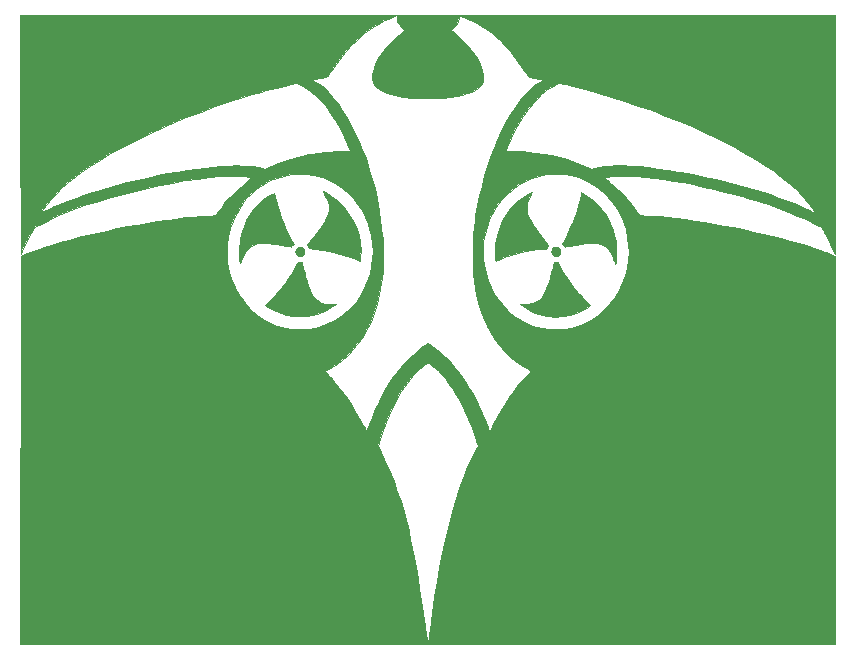
<source format=gbr>
G04 #@! TF.GenerationSoftware,KiCad,Pcbnew,(5.0.0)*
G04 #@! TF.CreationDate,2018-10-14T14:09:40-05:00*
G04 #@! TF.ProjectId,module-tester-board,6D6F64756C652D7465737465722D626F,rev?*
G04 #@! TF.SameCoordinates,Original*
G04 #@! TF.FileFunction,Legend,Bot*
G04 #@! TF.FilePolarity,Positive*
%FSLAX46Y46*%
G04 Gerber Fmt 4.6, Leading zero omitted, Abs format (unit mm)*
G04 Created by KiCad (PCBNEW (5.0.0)) date 10/14/18 14:09:40*
%MOMM*%
%LPD*%
G01*
G04 APERTURE LIST*
%ADD10C,0.010000*%
G04 APERTURE END LIST*
D10*
G04 #@! TO.C,G\002A\002A\002A*
G36*
X141912976Y-86260683D02*
X141792060Y-86352822D01*
X141714363Y-86492862D01*
X141694987Y-86580237D01*
X141688955Y-86679959D01*
X141709213Y-86754143D01*
X141766779Y-86835178D01*
X141791498Y-86863981D01*
X141924505Y-86977520D01*
X142061369Y-87018025D01*
X142201975Y-86985468D01*
X142217735Y-86977387D01*
X142338282Y-86874146D01*
X142416520Y-86728933D01*
X142439081Y-86593348D01*
X142407673Y-86462739D01*
X142325052Y-86346902D01*
X142208620Y-86262877D01*
X142075779Y-86227704D01*
X142065487Y-86227511D01*
X141912976Y-86260683D01*
X141912976Y-86260683D01*
G37*
X141912976Y-86260683D02*
X141792060Y-86352822D01*
X141714363Y-86492862D01*
X141694987Y-86580237D01*
X141688955Y-86679959D01*
X141709213Y-86754143D01*
X141766779Y-86835178D01*
X141791498Y-86863981D01*
X141924505Y-86977520D01*
X142061369Y-87018025D01*
X142201975Y-86985468D01*
X142217735Y-86977387D01*
X142338282Y-86874146D01*
X142416520Y-86728933D01*
X142439081Y-86593348D01*
X142407673Y-86462739D01*
X142325052Y-86346902D01*
X142208620Y-86262877D01*
X142075779Y-86227704D01*
X142065487Y-86227511D01*
X141912976Y-86260683D01*
G36*
X144147314Y-81755186D02*
X144324779Y-82069004D01*
X144444754Y-82363453D01*
X144511156Y-82651891D01*
X144527901Y-82947673D01*
X144523860Y-83039331D01*
X144503491Y-83219698D01*
X144463843Y-83400287D01*
X144401442Y-83587382D01*
X144312813Y-83787267D01*
X144194483Y-84006229D01*
X144042977Y-84250550D01*
X143854821Y-84526516D01*
X143626541Y-84840412D01*
X143354664Y-85198523D01*
X143269457Y-85308597D01*
X142689658Y-86054957D01*
X142848540Y-86358071D01*
X143356040Y-86401466D01*
X143920201Y-86468156D01*
X144514599Y-86572198D01*
X145120119Y-86708756D01*
X145717647Y-86872993D01*
X146288068Y-87060075D01*
X146812267Y-87265166D01*
X146871040Y-87290706D01*
X146991098Y-87342082D01*
X147086302Y-87380201D01*
X147139198Y-87398136D01*
X147143153Y-87398692D01*
X147157627Y-87364923D01*
X147173793Y-87274643D01*
X147188985Y-87144393D01*
X147194616Y-87079432D01*
X147209828Y-86455761D01*
X147159213Y-85842543D01*
X147045400Y-85244733D01*
X146871018Y-84667287D01*
X146638694Y-84115163D01*
X146351057Y-83593316D01*
X146010736Y-83106704D01*
X145620358Y-82660281D01*
X145182552Y-82259005D01*
X144699947Y-81907832D01*
X144339777Y-81696028D01*
X143992230Y-81510095D01*
X144147314Y-81755186D01*
X144147314Y-81755186D01*
G37*
X144147314Y-81755186D02*
X144324779Y-82069004D01*
X144444754Y-82363453D01*
X144511156Y-82651891D01*
X144527901Y-82947673D01*
X144523860Y-83039331D01*
X144503491Y-83219698D01*
X144463843Y-83400287D01*
X144401442Y-83587382D01*
X144312813Y-83787267D01*
X144194483Y-84006229D01*
X144042977Y-84250550D01*
X143854821Y-84526516D01*
X143626541Y-84840412D01*
X143354664Y-85198523D01*
X143269457Y-85308597D01*
X142689658Y-86054957D01*
X142848540Y-86358071D01*
X143356040Y-86401466D01*
X143920201Y-86468156D01*
X144514599Y-86572198D01*
X145120119Y-86708756D01*
X145717647Y-86872993D01*
X146288068Y-87060075D01*
X146812267Y-87265166D01*
X146871040Y-87290706D01*
X146991098Y-87342082D01*
X147086302Y-87380201D01*
X147139198Y-87398136D01*
X147143153Y-87398692D01*
X147157627Y-87364923D01*
X147173793Y-87274643D01*
X147188985Y-87144393D01*
X147194616Y-87079432D01*
X147209828Y-86455761D01*
X147159213Y-85842543D01*
X147045400Y-85244733D01*
X146871018Y-84667287D01*
X146638694Y-84115163D01*
X146351057Y-83593316D01*
X146010736Y-83106704D01*
X145620358Y-82660281D01*
X145182552Y-82259005D01*
X144699947Y-81907832D01*
X144339777Y-81696028D01*
X143992230Y-81510095D01*
X144147314Y-81755186D01*
G36*
X139849446Y-81671240D02*
X139765045Y-81709145D01*
X139647745Y-81772217D01*
X139509943Y-81853206D01*
X139364036Y-81944857D01*
X139222418Y-82039918D01*
X139111569Y-82120344D01*
X138640820Y-82521923D01*
X138222349Y-82969141D01*
X137858207Y-83458012D01*
X137550444Y-83984547D01*
X137301110Y-84544760D01*
X137112254Y-85134662D01*
X136985927Y-85750266D01*
X136924803Y-86373908D01*
X136920326Y-86561662D01*
X136922440Y-86768870D01*
X136930181Y-86981395D01*
X136942588Y-87185097D01*
X136958699Y-87365840D01*
X136977550Y-87509485D01*
X136998181Y-87601894D01*
X137010011Y-87625839D01*
X137031171Y-87606225D01*
X137067137Y-87531465D01*
X137111319Y-87415968D01*
X137127154Y-87369643D01*
X137269479Y-87012652D01*
X137444623Y-86692246D01*
X137645918Y-86417562D01*
X137866695Y-86197737D01*
X138093894Y-86045182D01*
X138262895Y-85970452D01*
X138446042Y-85915993D01*
X138650389Y-85881796D01*
X138882987Y-85867854D01*
X139150891Y-85874159D01*
X139461154Y-85900702D01*
X139820828Y-85947477D01*
X140236967Y-86014474D01*
X140396783Y-86042614D01*
X140629027Y-86083840D01*
X140840939Y-86120658D01*
X141022419Y-86151377D01*
X141163364Y-86174307D01*
X141253674Y-86187756D01*
X141281119Y-86190625D01*
X141340558Y-86165046D01*
X141415618Y-86100769D01*
X141439355Y-86074336D01*
X141537040Y-85957761D01*
X141391974Y-85717491D01*
X141153686Y-85289421D01*
X140918387Y-84803011D01*
X140691829Y-84273063D01*
X140479762Y-83714377D01*
X140287938Y-83141752D01*
X140122109Y-82569990D01*
X140036516Y-82229412D01*
X139990959Y-82040077D01*
X139949852Y-81876672D01*
X139916566Y-81752042D01*
X139894474Y-81679032D01*
X139888552Y-81665756D01*
X139849446Y-81671240D01*
X139849446Y-81671240D01*
G37*
X139849446Y-81671240D02*
X139765045Y-81709145D01*
X139647745Y-81772217D01*
X139509943Y-81853206D01*
X139364036Y-81944857D01*
X139222418Y-82039918D01*
X139111569Y-82120344D01*
X138640820Y-82521923D01*
X138222349Y-82969141D01*
X137858207Y-83458012D01*
X137550444Y-83984547D01*
X137301110Y-84544760D01*
X137112254Y-85134662D01*
X136985927Y-85750266D01*
X136924803Y-86373908D01*
X136920326Y-86561662D01*
X136922440Y-86768870D01*
X136930181Y-86981395D01*
X136942588Y-87185097D01*
X136958699Y-87365840D01*
X136977550Y-87509485D01*
X136998181Y-87601894D01*
X137010011Y-87625839D01*
X137031171Y-87606225D01*
X137067137Y-87531465D01*
X137111319Y-87415968D01*
X137127154Y-87369643D01*
X137269479Y-87012652D01*
X137444623Y-86692246D01*
X137645918Y-86417562D01*
X137866695Y-86197737D01*
X138093894Y-86045182D01*
X138262895Y-85970452D01*
X138446042Y-85915993D01*
X138650389Y-85881796D01*
X138882987Y-85867854D01*
X139150891Y-85874159D01*
X139461154Y-85900702D01*
X139820828Y-85947477D01*
X140236967Y-86014474D01*
X140396783Y-86042614D01*
X140629027Y-86083840D01*
X140840939Y-86120658D01*
X141022419Y-86151377D01*
X141163364Y-86174307D01*
X141253674Y-86187756D01*
X141281119Y-86190625D01*
X141340558Y-86165046D01*
X141415618Y-86100769D01*
X141439355Y-86074336D01*
X141537040Y-85957761D01*
X141391974Y-85717491D01*
X141153686Y-85289421D01*
X140918387Y-84803011D01*
X140691829Y-84273063D01*
X140479762Y-83714377D01*
X140287938Y-83141752D01*
X140122109Y-82569990D01*
X140036516Y-82229412D01*
X139990959Y-82040077D01*
X139949852Y-81876672D01*
X139916566Y-81752042D01*
X139894474Y-81679032D01*
X139888552Y-81665756D01*
X139849446Y-81671240D01*
G36*
X141778269Y-87738362D02*
X141607220Y-88064224D01*
X141391674Y-88424816D01*
X141140274Y-88808523D01*
X140861661Y-89203734D01*
X140564477Y-89598834D01*
X140257365Y-89982211D01*
X139948967Y-90342252D01*
X139647924Y-90667343D01*
X139457234Y-90857338D01*
X139151896Y-91150133D01*
X139328124Y-91270308D01*
X139671510Y-91478713D01*
X140060831Y-91670844D01*
X140473678Y-91837298D01*
X140887641Y-91968671D01*
X141134756Y-92028325D01*
X141310183Y-92056185D01*
X141532404Y-92078482D01*
X141782328Y-92094544D01*
X142040861Y-92103698D01*
X142288913Y-92105274D01*
X142507389Y-92098599D01*
X142677200Y-92083001D01*
X142679351Y-92082685D01*
X143088691Y-92003174D01*
X143508241Y-91887159D01*
X143913497Y-91742563D01*
X144279954Y-91577313D01*
X144341466Y-91545149D01*
X144436864Y-91491022D01*
X144558435Y-91417814D01*
X144693221Y-91333876D01*
X144828260Y-91247558D01*
X144950595Y-91167210D01*
X145047266Y-91101181D01*
X145105314Y-91057821D01*
X145116222Y-91045960D01*
X145083869Y-91043807D01*
X144995049Y-91041709D01*
X144861940Y-91039864D01*
X144696725Y-91038467D01*
X144627101Y-91038090D01*
X144423945Y-91035804D01*
X144272237Y-91029601D01*
X144154795Y-91017228D01*
X144054435Y-90996436D01*
X143953975Y-90964972D01*
X143890620Y-90941605D01*
X143677003Y-90844527D01*
X143486978Y-90721866D01*
X143316886Y-90567614D01*
X143163069Y-90375762D01*
X143021867Y-90140302D01*
X142889622Y-89855226D01*
X142762675Y-89514525D01*
X142637367Y-89112190D01*
X142524405Y-88697972D01*
X142465024Y-88469086D01*
X142405503Y-88240150D01*
X142350924Y-88030687D01*
X142306372Y-87860220D01*
X142286098Y-87782986D01*
X142209008Y-87490191D01*
X142058031Y-87479849D01*
X141907054Y-87469508D01*
X141778269Y-87738362D01*
X141778269Y-87738362D01*
G37*
X141778269Y-87738362D02*
X141607220Y-88064224D01*
X141391674Y-88424816D01*
X141140274Y-88808523D01*
X140861661Y-89203734D01*
X140564477Y-89598834D01*
X140257365Y-89982211D01*
X139948967Y-90342252D01*
X139647924Y-90667343D01*
X139457234Y-90857338D01*
X139151896Y-91150133D01*
X139328124Y-91270308D01*
X139671510Y-91478713D01*
X140060831Y-91670844D01*
X140473678Y-91837298D01*
X140887641Y-91968671D01*
X141134756Y-92028325D01*
X141310183Y-92056185D01*
X141532404Y-92078482D01*
X141782328Y-92094544D01*
X142040861Y-92103698D01*
X142288913Y-92105274D01*
X142507389Y-92098599D01*
X142677200Y-92083001D01*
X142679351Y-92082685D01*
X143088691Y-92003174D01*
X143508241Y-91887159D01*
X143913497Y-91742563D01*
X144279954Y-91577313D01*
X144341466Y-91545149D01*
X144436864Y-91491022D01*
X144558435Y-91417814D01*
X144693221Y-91333876D01*
X144828260Y-91247558D01*
X144950595Y-91167210D01*
X145047266Y-91101181D01*
X145105314Y-91057821D01*
X145116222Y-91045960D01*
X145083869Y-91043807D01*
X144995049Y-91041709D01*
X144861940Y-91039864D01*
X144696725Y-91038467D01*
X144627101Y-91038090D01*
X144423945Y-91035804D01*
X144272237Y-91029601D01*
X144154795Y-91017228D01*
X144054435Y-90996436D01*
X143953975Y-90964972D01*
X143890620Y-90941605D01*
X143677003Y-90844527D01*
X143486978Y-90721866D01*
X143316886Y-90567614D01*
X143163069Y-90375762D01*
X143021867Y-90140302D01*
X142889622Y-89855226D01*
X142762675Y-89514525D01*
X142637367Y-89112190D01*
X142524405Y-88697972D01*
X142465024Y-88469086D01*
X142405503Y-88240150D01*
X142350924Y-88030687D01*
X142306372Y-87860220D01*
X142286098Y-87782986D01*
X142209008Y-87490191D01*
X142058031Y-87479849D01*
X141907054Y-87469508D01*
X141778269Y-87738362D01*
G36*
X163568198Y-86260073D02*
X163458441Y-86346839D01*
X163386626Y-86471427D01*
X163362633Y-86617453D01*
X163389523Y-86752217D01*
X163476130Y-86892755D01*
X163597453Y-86982113D01*
X163738249Y-87013165D01*
X163878798Y-86980938D01*
X164007737Y-86885516D01*
X164081814Y-86751291D01*
X164097729Y-86638443D01*
X164069231Y-86463979D01*
X163987703Y-86333214D01*
X163859098Y-86252392D01*
X163706013Y-86227511D01*
X163568198Y-86260073D01*
X163568198Y-86260073D01*
G37*
X163568198Y-86260073D02*
X163458441Y-86346839D01*
X163386626Y-86471427D01*
X163362633Y-86617453D01*
X163389523Y-86752217D01*
X163476130Y-86892755D01*
X163597453Y-86982113D01*
X163738249Y-87013165D01*
X163878798Y-86980938D01*
X164007737Y-86885516D01*
X164081814Y-86751291D01*
X164097729Y-86638443D01*
X164069231Y-86463979D01*
X163987703Y-86333214D01*
X163859098Y-86252392D01*
X163706013Y-86227511D01*
X163568198Y-86260073D01*
G36*
X161714500Y-81561004D02*
X161632382Y-81598887D01*
X161515535Y-81658950D01*
X161396966Y-81723614D01*
X160879711Y-82052508D01*
X160407169Y-82434973D01*
X159982189Y-82867177D01*
X159607620Y-83345291D01*
X159286309Y-83865484D01*
X159021105Y-84423924D01*
X158814857Y-85016782D01*
X158741932Y-85294225D01*
X158678568Y-85608084D01*
X158630259Y-85943985D01*
X158597913Y-86285591D01*
X158582444Y-86616568D01*
X158584762Y-86920578D01*
X158605778Y-87181287D01*
X158629119Y-87316343D01*
X158641437Y-87364622D01*
X158660723Y-87387905D01*
X158701240Y-87385499D01*
X158777256Y-87356711D01*
X158897594Y-87303283D01*
X159392412Y-87101543D01*
X159936662Y-86915385D01*
X160511893Y-86749515D01*
X161099649Y-86608634D01*
X161681479Y-86497449D01*
X162238930Y-86420661D01*
X162433000Y-86402101D01*
X162947864Y-86359301D01*
X163099882Y-86043971D01*
X162601545Y-85404419D01*
X162350291Y-85079732D01*
X162139889Y-84802435D01*
X161965421Y-84565362D01*
X161821969Y-84361346D01*
X161704617Y-84183222D01*
X161608446Y-84023822D01*
X161528539Y-83875982D01*
X161471105Y-83757049D01*
X161339082Y-83408651D01*
X161271432Y-83074558D01*
X161268630Y-82748127D01*
X161331149Y-82422715D01*
X161459461Y-82091680D01*
X161609136Y-81819417D01*
X161678643Y-81701999D01*
X161728081Y-81609554D01*
X161749474Y-81557351D01*
X161749040Y-81551579D01*
X161714500Y-81561004D01*
X161714500Y-81561004D01*
G37*
X161714500Y-81561004D02*
X161632382Y-81598887D01*
X161515535Y-81658950D01*
X161396966Y-81723614D01*
X160879711Y-82052508D01*
X160407169Y-82434973D01*
X159982189Y-82867177D01*
X159607620Y-83345291D01*
X159286309Y-83865484D01*
X159021105Y-84423924D01*
X158814857Y-85016782D01*
X158741932Y-85294225D01*
X158678568Y-85608084D01*
X158630259Y-85943985D01*
X158597913Y-86285591D01*
X158582444Y-86616568D01*
X158584762Y-86920578D01*
X158605778Y-87181287D01*
X158629119Y-87316343D01*
X158641437Y-87364622D01*
X158660723Y-87387905D01*
X158701240Y-87385499D01*
X158777256Y-87356711D01*
X158897594Y-87303283D01*
X159392412Y-87101543D01*
X159936662Y-86915385D01*
X160511893Y-86749515D01*
X161099649Y-86608634D01*
X161681479Y-86497449D01*
X162238930Y-86420661D01*
X162433000Y-86402101D01*
X162947864Y-86359301D01*
X163099882Y-86043971D01*
X162601545Y-85404419D01*
X162350291Y-85079732D01*
X162139889Y-84802435D01*
X161965421Y-84565362D01*
X161821969Y-84361346D01*
X161704617Y-84183222D01*
X161608446Y-84023822D01*
X161528539Y-83875982D01*
X161471105Y-83757049D01*
X161339082Y-83408651D01*
X161271432Y-83074558D01*
X161268630Y-82748127D01*
X161331149Y-82422715D01*
X161459461Y-82091680D01*
X161609136Y-81819417D01*
X161678643Y-81701999D01*
X161728081Y-81609554D01*
X161749474Y-81557351D01*
X161749040Y-81551579D01*
X161714500Y-81561004D01*
G36*
X165850243Y-81839727D02*
X165763494Y-82243099D01*
X165646923Y-82683717D01*
X165505515Y-83148357D01*
X165344255Y-83623792D01*
X165168127Y-84096796D01*
X164982118Y-84554146D01*
X164791211Y-84982614D01*
X164600393Y-85368976D01*
X164414647Y-85700006D01*
X164365337Y-85779240D01*
X164265960Y-85934859D01*
X164357540Y-86062885D01*
X164428626Y-86141913D01*
X164497332Y-86186935D01*
X164516921Y-86190911D01*
X164568848Y-86184895D01*
X164678105Y-86168005D01*
X164834396Y-86141980D01*
X165027428Y-86108560D01*
X165246908Y-86069484D01*
X165396698Y-86042274D01*
X165872268Y-85962157D01*
X166292482Y-85905903D01*
X166655209Y-85873679D01*
X166958317Y-85865656D01*
X167199672Y-85882001D01*
X167271460Y-85893969D01*
X167509607Y-85965228D01*
X167749201Y-86077699D01*
X167961312Y-86216788D01*
X168034455Y-86278897D01*
X168179946Y-86441883D01*
X168328484Y-86657883D01*
X168468858Y-86908307D01*
X168589855Y-87174569D01*
X168616979Y-87244694D01*
X168672316Y-87393459D01*
X168720502Y-87522962D01*
X168754170Y-87613406D01*
X168762808Y-87636588D01*
X168779002Y-87646252D01*
X168797187Y-87590555D01*
X168818058Y-87466617D01*
X168834172Y-87341634D01*
X168852971Y-87113778D01*
X168862002Y-86842172D01*
X168861821Y-86546536D01*
X168852984Y-86246589D01*
X168836050Y-85962049D01*
X168811574Y-85712636D01*
X168783074Y-85532122D01*
X168697665Y-85180793D01*
X168583857Y-84808113D01*
X168452566Y-84447170D01*
X168334601Y-84172663D01*
X168047553Y-83642161D01*
X167702337Y-83143785D01*
X167305211Y-82684386D01*
X166862432Y-82270815D01*
X166380259Y-81909922D01*
X166118873Y-81747002D01*
X165891773Y-81614645D01*
X165850243Y-81839727D01*
X165850243Y-81839727D01*
G37*
X165850243Y-81839727D02*
X165763494Y-82243099D01*
X165646923Y-82683717D01*
X165505515Y-83148357D01*
X165344255Y-83623792D01*
X165168127Y-84096796D01*
X164982118Y-84554146D01*
X164791211Y-84982614D01*
X164600393Y-85368976D01*
X164414647Y-85700006D01*
X164365337Y-85779240D01*
X164265960Y-85934859D01*
X164357540Y-86062885D01*
X164428626Y-86141913D01*
X164497332Y-86186935D01*
X164516921Y-86190911D01*
X164568848Y-86184895D01*
X164678105Y-86168005D01*
X164834396Y-86141980D01*
X165027428Y-86108560D01*
X165246908Y-86069484D01*
X165396698Y-86042274D01*
X165872268Y-85962157D01*
X166292482Y-85905903D01*
X166655209Y-85873679D01*
X166958317Y-85865656D01*
X167199672Y-85882001D01*
X167271460Y-85893969D01*
X167509607Y-85965228D01*
X167749201Y-86077699D01*
X167961312Y-86216788D01*
X168034455Y-86278897D01*
X168179946Y-86441883D01*
X168328484Y-86657883D01*
X168468858Y-86908307D01*
X168589855Y-87174569D01*
X168616979Y-87244694D01*
X168672316Y-87393459D01*
X168720502Y-87522962D01*
X168754170Y-87613406D01*
X168762808Y-87636588D01*
X168779002Y-87646252D01*
X168797187Y-87590555D01*
X168818058Y-87466617D01*
X168834172Y-87341634D01*
X168852971Y-87113778D01*
X168862002Y-86842172D01*
X168861821Y-86546536D01*
X168852984Y-86246589D01*
X168836050Y-85962049D01*
X168811574Y-85712636D01*
X168783074Y-85532122D01*
X168697665Y-85180793D01*
X168583857Y-84808113D01*
X168452566Y-84447170D01*
X168334601Y-84172663D01*
X168047553Y-83642161D01*
X167702337Y-83143785D01*
X167305211Y-82684386D01*
X166862432Y-82270815D01*
X166380259Y-81909922D01*
X166118873Y-81747002D01*
X165891773Y-81614645D01*
X165850243Y-81839727D01*
G36*
X163642404Y-87475491D02*
X163588944Y-87484573D01*
X163582864Y-87489532D01*
X163574014Y-87528105D01*
X163549079Y-87627711D01*
X163510487Y-87778897D01*
X163460662Y-87972206D01*
X163402030Y-88198185D01*
X163341411Y-88430582D01*
X163229329Y-88849961D01*
X163128392Y-89205597D01*
X163035529Y-89505356D01*
X162947667Y-89757108D01*
X162861733Y-89968721D01*
X162774656Y-90148061D01*
X162683364Y-90302998D01*
X162584784Y-90441398D01*
X162529727Y-90509320D01*
X162356845Y-90686561D01*
X162166081Y-90823943D01*
X161946917Y-90925711D01*
X161688834Y-90996109D01*
X161381313Y-91039384D01*
X161181461Y-91053461D01*
X160719381Y-91076934D01*
X160941190Y-91227580D01*
X161460621Y-91539878D01*
X162000504Y-91786693D01*
X162555279Y-91966628D01*
X163119384Y-92078285D01*
X163687259Y-92120270D01*
X164253343Y-92091184D01*
X164338000Y-92080572D01*
X164908992Y-91967403D01*
X165471110Y-91785286D01*
X166013180Y-91538433D01*
X166435448Y-91290288D01*
X166627896Y-91164500D01*
X166038634Y-90535126D01*
X165846966Y-90326190D01*
X165648055Y-90101944D01*
X165455094Y-89877784D01*
X165281279Y-89669109D01*
X165139805Y-89491315D01*
X165106254Y-89447119D01*
X164922464Y-89193741D01*
X164731102Y-88916216D01*
X164541342Y-88628911D01*
X164362362Y-88346196D01*
X164203336Y-88082439D01*
X164073440Y-87852010D01*
X164013164Y-87735444D01*
X163883280Y-87471891D01*
X163733072Y-87471891D01*
X163642404Y-87475491D01*
X163642404Y-87475491D01*
G37*
X163642404Y-87475491D02*
X163588944Y-87484573D01*
X163582864Y-87489532D01*
X163574014Y-87528105D01*
X163549079Y-87627711D01*
X163510487Y-87778897D01*
X163460662Y-87972206D01*
X163402030Y-88198185D01*
X163341411Y-88430582D01*
X163229329Y-88849961D01*
X163128392Y-89205597D01*
X163035529Y-89505356D01*
X162947667Y-89757108D01*
X162861733Y-89968721D01*
X162774656Y-90148061D01*
X162683364Y-90302998D01*
X162584784Y-90441398D01*
X162529727Y-90509320D01*
X162356845Y-90686561D01*
X162166081Y-90823943D01*
X161946917Y-90925711D01*
X161688834Y-90996109D01*
X161381313Y-91039384D01*
X161181461Y-91053461D01*
X160719381Y-91076934D01*
X160941190Y-91227580D01*
X161460621Y-91539878D01*
X162000504Y-91786693D01*
X162555279Y-91966628D01*
X163119384Y-92078285D01*
X163687259Y-92120270D01*
X164253343Y-92091184D01*
X164338000Y-92080572D01*
X164908992Y-91967403D01*
X165471110Y-91785286D01*
X166013180Y-91538433D01*
X166435448Y-91290288D01*
X166627896Y-91164500D01*
X166038634Y-90535126D01*
X165846966Y-90326190D01*
X165648055Y-90101944D01*
X165455094Y-89877784D01*
X165281279Y-89669109D01*
X165139805Y-89491315D01*
X165106254Y-89447119D01*
X164922464Y-89193741D01*
X164731102Y-88916216D01*
X164541342Y-88628911D01*
X164362362Y-88346196D01*
X164203336Y-88082439D01*
X164073440Y-87852010D01*
X164013164Y-87735444D01*
X163883280Y-87471891D01*
X163733072Y-87471891D01*
X163642404Y-87475491D01*
G36*
X150276579Y-66855487D02*
X150330094Y-67143352D01*
X150437281Y-67386133D01*
X150599902Y-67586644D01*
X150819718Y-67747702D01*
X150843149Y-67760785D01*
X150913858Y-67803240D01*
X150946291Y-67830547D01*
X150946122Y-67833568D01*
X150426964Y-68295211D01*
X149968735Y-68730811D01*
X149569195Y-69142989D01*
X149226104Y-69534363D01*
X148937225Y-69907553D01*
X148700318Y-70265178D01*
X148513143Y-70609857D01*
X148445930Y-70758169D01*
X148335626Y-71064464D01*
X148258752Y-71378539D01*
X148217190Y-71684865D01*
X148212820Y-71967914D01*
X148247525Y-72212157D01*
X148263105Y-72267150D01*
X148365596Y-72476944D01*
X148533954Y-72674286D01*
X148766215Y-72857993D01*
X149060413Y-73026877D01*
X149414586Y-73179752D01*
X149826768Y-73315435D01*
X150132670Y-73395717D01*
X150440008Y-73464719D01*
X150736008Y-73520881D01*
X151032992Y-73565452D01*
X151343283Y-73599679D01*
X151679203Y-73624811D01*
X152053074Y-73642095D01*
X152477217Y-73652779D01*
X152702054Y-73655928D01*
X152991125Y-73657957D01*
X153274774Y-73657770D01*
X153541280Y-73655536D01*
X153778924Y-73651423D01*
X153975986Y-73645600D01*
X154120745Y-73638235D01*
X154160837Y-73634948D01*
X154757923Y-73564122D01*
X155303197Y-73473090D01*
X155794712Y-73362609D01*
X156230520Y-73233433D01*
X156608674Y-73086318D01*
X156927227Y-72922020D01*
X157184230Y-72741293D01*
X157377737Y-72544894D01*
X157503670Y-72338448D01*
X157560681Y-72138452D01*
X157581205Y-71891666D01*
X157566803Y-71612225D01*
X157519038Y-71314267D01*
X157439471Y-71011928D01*
X157329663Y-70719345D01*
X157323212Y-70704790D01*
X157134898Y-70341167D01*
X156886239Y-69955657D01*
X156580931Y-69552743D01*
X156222671Y-69136910D01*
X155815153Y-68712640D01*
X155362073Y-68284416D01*
X155233473Y-68169637D01*
X155100259Y-68050628D01*
X154988441Y-67947851D01*
X154907587Y-67870325D01*
X154867266Y-67827068D01*
X154864486Y-67821880D01*
X154892148Y-67793628D01*
X154963026Y-67745449D01*
X155021525Y-67710744D01*
X155220039Y-67558673D01*
X155371838Y-67357816D01*
X155471906Y-67117534D01*
X155515229Y-66847191D01*
X155516648Y-66786574D01*
X155516648Y-66610220D01*
X150255100Y-66610220D01*
X150276579Y-66855487D01*
X150276579Y-66855487D01*
G37*
X150276579Y-66855487D02*
X150330094Y-67143352D01*
X150437281Y-67386133D01*
X150599902Y-67586644D01*
X150819718Y-67747702D01*
X150843149Y-67760785D01*
X150913858Y-67803240D01*
X150946291Y-67830547D01*
X150946122Y-67833568D01*
X150426964Y-68295211D01*
X149968735Y-68730811D01*
X149569195Y-69142989D01*
X149226104Y-69534363D01*
X148937225Y-69907553D01*
X148700318Y-70265178D01*
X148513143Y-70609857D01*
X148445930Y-70758169D01*
X148335626Y-71064464D01*
X148258752Y-71378539D01*
X148217190Y-71684865D01*
X148212820Y-71967914D01*
X148247525Y-72212157D01*
X148263105Y-72267150D01*
X148365596Y-72476944D01*
X148533954Y-72674286D01*
X148766215Y-72857993D01*
X149060413Y-73026877D01*
X149414586Y-73179752D01*
X149826768Y-73315435D01*
X150132670Y-73395717D01*
X150440008Y-73464719D01*
X150736008Y-73520881D01*
X151032992Y-73565452D01*
X151343283Y-73599679D01*
X151679203Y-73624811D01*
X152053074Y-73642095D01*
X152477217Y-73652779D01*
X152702054Y-73655928D01*
X152991125Y-73657957D01*
X153274774Y-73657770D01*
X153541280Y-73655536D01*
X153778924Y-73651423D01*
X153975986Y-73645600D01*
X154120745Y-73638235D01*
X154160837Y-73634948D01*
X154757923Y-73564122D01*
X155303197Y-73473090D01*
X155794712Y-73362609D01*
X156230520Y-73233433D01*
X156608674Y-73086318D01*
X156927227Y-72922020D01*
X157184230Y-72741293D01*
X157377737Y-72544894D01*
X157503670Y-72338448D01*
X157560681Y-72138452D01*
X157581205Y-71891666D01*
X157566803Y-71612225D01*
X157519038Y-71314267D01*
X157439471Y-71011928D01*
X157329663Y-70719345D01*
X157323212Y-70704790D01*
X157134898Y-70341167D01*
X156886239Y-69955657D01*
X156580931Y-69552743D01*
X156222671Y-69136910D01*
X155815153Y-68712640D01*
X155362073Y-68284416D01*
X155233473Y-68169637D01*
X155100259Y-68050628D01*
X154988441Y-67947851D01*
X154907587Y-67870325D01*
X154867266Y-67827068D01*
X154864486Y-67821880D01*
X154892148Y-67793628D01*
X154963026Y-67745449D01*
X155021525Y-67710744D01*
X155220039Y-67558673D01*
X155371838Y-67357816D01*
X155471906Y-67117534D01*
X155515229Y-66847191D01*
X155516648Y-66786574D01*
X155516648Y-66610220D01*
X150255100Y-66610220D01*
X150276579Y-66855487D01*
G36*
X170465150Y-66610251D02*
X169441685Y-66610343D01*
X168437799Y-66610495D01*
X167455624Y-66610704D01*
X166497295Y-66610968D01*
X165564943Y-66611286D01*
X164660701Y-66611654D01*
X163786703Y-66612073D01*
X162945079Y-66612539D01*
X162137964Y-66613050D01*
X161367491Y-66613605D01*
X160635790Y-66614201D01*
X159944997Y-66614837D01*
X159297242Y-66615510D01*
X158694659Y-66616219D01*
X158139381Y-66616962D01*
X157633540Y-66617737D01*
X157179268Y-66618541D01*
X156778700Y-66619373D01*
X156433967Y-66620231D01*
X156147202Y-66621113D01*
X155920537Y-66622017D01*
X155756107Y-66622941D01*
X155656042Y-66623882D01*
X155622476Y-66624840D01*
X155622482Y-66624848D01*
X155658672Y-66642755D01*
X155745405Y-66679781D01*
X155868689Y-66730077D01*
X155980027Y-66774288D01*
X156434330Y-66973269D01*
X156911854Y-67219867D01*
X157394643Y-67503132D01*
X157864738Y-67812113D01*
X158304184Y-68135860D01*
X158571394Y-68354607D01*
X158983028Y-68732455D01*
X159411105Y-69172267D01*
X159849559Y-69666857D01*
X160292323Y-70209038D01*
X160733331Y-70791623D01*
X161166516Y-71407424D01*
X161238803Y-71514688D01*
X161447240Y-71825929D01*
X162008769Y-71931423D01*
X162201149Y-71968316D01*
X162373165Y-72002706D01*
X162511941Y-72031910D01*
X162604598Y-72053246D01*
X162634535Y-72061829D01*
X162651592Y-72080912D01*
X162624369Y-72112738D01*
X162546437Y-72162281D01*
X162411427Y-72234484D01*
X162034569Y-72463344D01*
X161655960Y-72761254D01*
X161277528Y-73124166D01*
X160901202Y-73548037D01*
X160528909Y-74028822D01*
X160162579Y-74562474D01*
X159804139Y-75144950D01*
X159455517Y-75772204D01*
X159118641Y-76440191D01*
X158795441Y-77144865D01*
X158487843Y-77882183D01*
X158197777Y-78648098D01*
X157927170Y-79438566D01*
X157677950Y-80249541D01*
X157452046Y-81076979D01*
X157251387Y-81916835D01*
X157077899Y-82765062D01*
X156933512Y-83617617D01*
X156910164Y-83775349D01*
X156857781Y-84145837D01*
X156814875Y-84472416D01*
X156780531Y-84768903D01*
X156753833Y-85049114D01*
X156733865Y-85326866D01*
X156719711Y-85615977D01*
X156710456Y-85930262D01*
X156705184Y-86283538D01*
X156702978Y-86689623D01*
X156702740Y-86904600D01*
X156703064Y-87276122D01*
X156704410Y-87584961D01*
X156707183Y-87841627D01*
X156711788Y-88056633D01*
X156718631Y-88240490D01*
X156728116Y-88403710D01*
X156740648Y-88556804D01*
X156756632Y-88710286D01*
X156776474Y-88874666D01*
X156779599Y-88899268D01*
X156918943Y-89808335D01*
X157098204Y-90659756D01*
X157318515Y-91456279D01*
X157581008Y-92200655D01*
X157886812Y-92895633D01*
X158237061Y-93543962D01*
X158632886Y-94148393D01*
X159075418Y-94711674D01*
X159255397Y-94914775D01*
X159761844Y-95427482D01*
X160282696Y-95873277D01*
X160825349Y-96258066D01*
X161259519Y-96514766D01*
X161399647Y-96591545D01*
X161516000Y-96656305D01*
X161595685Y-96701805D01*
X161625438Y-96720339D01*
X161608699Y-96749572D01*
X161550542Y-96815963D01*
X161461131Y-96908368D01*
X161392473Y-96975750D01*
X161111394Y-97266594D01*
X160807679Y-97617702D01*
X160486044Y-98022199D01*
X160151202Y-98473211D01*
X159807870Y-98963864D01*
X159460761Y-99487284D01*
X159114591Y-100036596D01*
X158774074Y-100604925D01*
X158443926Y-101185397D01*
X158212599Y-101612061D01*
X158157134Y-101703163D01*
X158111370Y-101754729D01*
X158090518Y-101758458D01*
X158068979Y-101716484D01*
X158025436Y-101617901D01*
X157964477Y-101473588D01*
X157890687Y-101294420D01*
X157808654Y-101091276D01*
X157799581Y-101068577D01*
X157458597Y-100247176D01*
X157117791Y-99493110D01*
X156773783Y-98800609D01*
X156423198Y-98163907D01*
X156062658Y-97577236D01*
X155688786Y-97034830D01*
X155298205Y-96530920D01*
X154887537Y-96059740D01*
X154830846Y-95998827D01*
X154204946Y-95382751D01*
X153533746Y-94821285D01*
X153272364Y-94626183D01*
X152898756Y-94355886D01*
X152500067Y-94644910D01*
X152179142Y-94884450D01*
X151893027Y-95114488D01*
X151622349Y-95351999D01*
X151347733Y-95613959D01*
X151059975Y-95906742D01*
X150637348Y-96369097D01*
X150252464Y-96838736D01*
X149893213Y-97332226D01*
X149547488Y-97866134D01*
X149226560Y-98415119D01*
X149052575Y-98739263D01*
X148862236Y-99117394D01*
X148662446Y-99534631D01*
X148460106Y-99976088D01*
X148262118Y-100426884D01*
X148075385Y-100872135D01*
X147996720Y-101067091D01*
X147911581Y-101278644D01*
X147834686Y-101465364D01*
X147770226Y-101617425D01*
X147722392Y-101725002D01*
X147695377Y-101778270D01*
X147691634Y-101782266D01*
X147668197Y-101752227D01*
X147618147Y-101669890D01*
X147548246Y-101546923D01*
X147465256Y-101394994D01*
X147442020Y-101351533D01*
X147073621Y-100685169D01*
X146684935Y-100030480D01*
X146282503Y-99397052D01*
X145872867Y-98794476D01*
X145462565Y-98232339D01*
X145058139Y-97720231D01*
X144666130Y-97267738D01*
X144628363Y-97226677D01*
X144483134Y-97069200D01*
X144355952Y-96930347D01*
X144254125Y-96818177D01*
X144184964Y-96740746D01*
X144155777Y-96706115D01*
X144155297Y-96705135D01*
X144182748Y-96695471D01*
X144198202Y-96694692D01*
X144243232Y-96677663D01*
X144334954Y-96631383D01*
X144460366Y-96562753D01*
X144606469Y-96478674D01*
X144618675Y-96471479D01*
X145178031Y-96116472D01*
X145680963Y-95743309D01*
X146139276Y-95341894D01*
X146564776Y-94902134D01*
X146854240Y-94560092D01*
X147302606Y-93948137D01*
X147701383Y-93290103D01*
X148050945Y-92584939D01*
X148351667Y-91831595D01*
X148603925Y-91029023D01*
X148808095Y-90176172D01*
X148964551Y-89271994D01*
X149068968Y-88368577D01*
X149087055Y-88104286D01*
X149099953Y-87782467D01*
X149107750Y-87418574D01*
X149110533Y-87028061D01*
X149108390Y-86626380D01*
X149107136Y-86554983D01*
X148237913Y-86554983D01*
X148212483Y-87218241D01*
X148126302Y-87867720D01*
X147981814Y-88499309D01*
X147781462Y-89108897D01*
X147527690Y-89692375D01*
X147222943Y-90245632D01*
X146869664Y-90764559D01*
X146470297Y-91245045D01*
X146027287Y-91682980D01*
X145543077Y-92074254D01*
X145020111Y-92414757D01*
X144460833Y-92700379D01*
X143867688Y-92927009D01*
X143431787Y-93048792D01*
X142786570Y-93167456D01*
X142147566Y-93214637D01*
X141517831Y-93190138D01*
X141416579Y-93179373D01*
X140770599Y-93068488D01*
X140146623Y-92889329D01*
X139548267Y-92644147D01*
X138979148Y-92335193D01*
X138442884Y-91964719D01*
X137943090Y-91534974D01*
X137483384Y-91048210D01*
X137067383Y-90506678D01*
X137026943Y-90447557D01*
X136900182Y-90242981D01*
X136760146Y-89988201D01*
X136615845Y-89702247D01*
X136476291Y-89404148D01*
X136350495Y-89112936D01*
X136247469Y-88847639D01*
X136194105Y-88688786D01*
X136026435Y-88025132D01*
X135924761Y-87349042D01*
X135888711Y-86666785D01*
X135917914Y-85984631D01*
X136011997Y-85308848D01*
X136170587Y-84645707D01*
X136393311Y-84001475D01*
X136485541Y-83783439D01*
X136790231Y-83179759D01*
X137146014Y-82621662D01*
X137548656Y-82111399D01*
X137993919Y-81651226D01*
X138477566Y-81243397D01*
X138995362Y-80890164D01*
X139543069Y-80593784D01*
X140116451Y-80356508D01*
X140711272Y-80180591D01*
X141323294Y-80068288D01*
X141948282Y-80021852D01*
X142581999Y-80043537D01*
X143220208Y-80135598D01*
X143307756Y-80153816D01*
X143924705Y-80323509D01*
X144515491Y-80558469D01*
X145076413Y-80854792D01*
X145603770Y-81208575D01*
X146093858Y-81615914D01*
X146542977Y-82072905D01*
X146947423Y-82575645D01*
X147303496Y-83120230D01*
X147607493Y-83702757D01*
X147855711Y-84319322D01*
X148044450Y-84966022D01*
X148096741Y-85203566D01*
X148200147Y-85882054D01*
X148237913Y-86554983D01*
X149107136Y-86554983D01*
X149101409Y-86228988D01*
X149089678Y-85851337D01*
X149073283Y-85508882D01*
X149052313Y-85217076D01*
X149051022Y-85202727D01*
X148896649Y-83878410D01*
X148676389Y-82564861D01*
X148391499Y-81267032D01*
X148043235Y-79989871D01*
X147632857Y-78738331D01*
X147370647Y-78058947D01*
X146283405Y-78058947D01*
X146259013Y-78080025D01*
X146181964Y-78093813D01*
X146046446Y-78100988D01*
X145909645Y-78102439D01*
X145654586Y-78106546D01*
X145350711Y-78118048D01*
X145017376Y-78135716D01*
X144673935Y-78158318D01*
X144339743Y-78184627D01*
X144034155Y-78213411D01*
X143863540Y-78232443D01*
X142862361Y-78384936D01*
X141894465Y-78596991D01*
X140962575Y-78867845D01*
X140069410Y-79196738D01*
X139462209Y-79464148D01*
X139076824Y-79646124D01*
X138861534Y-79570625D01*
X138531498Y-79477713D01*
X138140156Y-79407746D01*
X137691230Y-79360214D01*
X137188444Y-79334608D01*
X136635520Y-79330416D01*
X136036180Y-79347129D01*
X135394148Y-79384238D01*
X134713145Y-79441232D01*
X133996896Y-79517601D01*
X133249122Y-79612835D01*
X132473546Y-79726425D01*
X131673892Y-79857860D01*
X130853881Y-80006630D01*
X130017237Y-80172226D01*
X129167682Y-80354137D01*
X128308938Y-80551853D01*
X127444730Y-80764865D01*
X126578779Y-80992663D01*
X125714808Y-81234736D01*
X124865027Y-81487967D01*
X124202382Y-81697625D01*
X123556017Y-81914108D01*
X122932821Y-82134724D01*
X122339684Y-82356786D01*
X121783494Y-82577602D01*
X121271143Y-82794485D01*
X120809520Y-83004744D01*
X120405515Y-83205689D01*
X120248405Y-83290118D01*
X120163700Y-83332830D01*
X120108214Y-83353232D01*
X120098386Y-83352716D01*
X120110981Y-83319140D01*
X120155620Y-83241239D01*
X120223706Y-83133683D01*
X120250298Y-83093521D01*
X120578061Y-82641790D01*
X120964481Y-82176321D01*
X121402476Y-81704466D01*
X121884963Y-81233575D01*
X122404861Y-80770997D01*
X122805567Y-80441495D01*
X123517162Y-79902033D01*
X124294039Y-79362572D01*
X125132849Y-78824695D01*
X126030241Y-78289985D01*
X126982866Y-77760024D01*
X127987374Y-77236395D01*
X129040414Y-76720682D01*
X130138636Y-76214467D01*
X131278691Y-75719333D01*
X132457228Y-75236864D01*
X133670898Y-74768642D01*
X134916350Y-74316250D01*
X136190234Y-73881271D01*
X137489201Y-73465289D01*
X137719486Y-73394368D01*
X138047329Y-73296055D01*
X138413113Y-73189937D01*
X138805082Y-73079164D01*
X139211480Y-72966887D01*
X139620550Y-72856258D01*
X140020537Y-72750426D01*
X140399685Y-72652542D01*
X140746236Y-72565757D01*
X141048436Y-72493222D01*
X141260134Y-72445453D01*
X141745918Y-72340414D01*
X141980945Y-72443232D01*
X142447807Y-72684430D01*
X142909349Y-72996053D01*
X143363397Y-73375402D01*
X143807776Y-73819782D01*
X144240311Y-74326495D01*
X144658827Y-74892843D01*
X145061150Y-75516129D01*
X145445105Y-76193656D01*
X145808516Y-76922727D01*
X146073637Y-77519105D01*
X146147485Y-77696641D01*
X146209946Y-77852137D01*
X146256003Y-77972684D01*
X146280642Y-78045372D01*
X146283405Y-78058947D01*
X147370647Y-78058947D01*
X147161620Y-77517361D01*
X147006337Y-77152641D01*
X146686176Y-76453633D01*
X146350988Y-75791270D01*
X146003604Y-75169397D01*
X145646851Y-74591856D01*
X145283561Y-74062492D01*
X144916562Y-73585149D01*
X144548683Y-73163670D01*
X144182755Y-72801900D01*
X143821607Y-72503681D01*
X143468068Y-72272858D01*
X143379037Y-72225021D01*
X143242642Y-72149753D01*
X143169732Y-72096534D01*
X143161072Y-72065934D01*
X143163839Y-72064101D01*
X143212348Y-72049276D01*
X143316146Y-72024993D01*
X143462821Y-71993915D01*
X143639959Y-71958702D01*
X143773313Y-71933412D01*
X143981419Y-71894122D01*
X144132863Y-71863100D01*
X144238702Y-71836629D01*
X144309997Y-71810994D01*
X144357808Y-71782480D01*
X144393193Y-71747370D01*
X144416066Y-71717468D01*
X144463180Y-71651145D01*
X144542308Y-71538271D01*
X144644787Y-71391264D01*
X144761956Y-71222541D01*
X144851199Y-71093649D01*
X145377299Y-70367193D01*
X145903378Y-69710338D01*
X146432749Y-69119569D01*
X146968723Y-68591376D01*
X147514611Y-68122244D01*
X147982459Y-67771794D01*
X148244427Y-67598860D01*
X148551336Y-67413667D01*
X148883342Y-67226980D01*
X149220601Y-67049567D01*
X149543267Y-66892193D01*
X149831498Y-66765625D01*
X149853135Y-66756888D01*
X150213540Y-66612492D01*
X118412054Y-66610220D01*
X118414377Y-76757410D01*
X118414708Y-77854505D01*
X118415189Y-78879915D01*
X118415824Y-79835156D01*
X118416620Y-80721740D01*
X118417582Y-81541182D01*
X118418718Y-82294996D01*
X118420032Y-82984697D01*
X118421530Y-83611799D01*
X118423220Y-84177815D01*
X118425106Y-84684260D01*
X118427196Y-85132649D01*
X118429494Y-85524494D01*
X118432007Y-85861312D01*
X118434741Y-86144615D01*
X118437702Y-86375918D01*
X118440896Y-86556735D01*
X118444330Y-86688581D01*
X118448008Y-86772969D01*
X118451937Y-86811413D01*
X118454400Y-86813101D01*
X118545997Y-86598204D01*
X118658528Y-86345714D01*
X118784324Y-86071839D01*
X118915715Y-85792785D01*
X119045030Y-85524757D01*
X119164599Y-85283963D01*
X119266753Y-85086607D01*
X119303555Y-85018882D01*
X119547248Y-84579769D01*
X119958697Y-84359845D01*
X120670239Y-83999516D01*
X121444238Y-83644753D01*
X122274601Y-83297243D01*
X123155233Y-82958672D01*
X124080041Y-82630728D01*
X125042928Y-82315098D01*
X126037802Y-82013468D01*
X127058568Y-81727527D01*
X128099132Y-81458961D01*
X129153399Y-81209457D01*
X130215275Y-80980703D01*
X131278665Y-80774385D01*
X132337476Y-80592191D01*
X133385613Y-80435807D01*
X134416981Y-80306922D01*
X134716108Y-80274507D01*
X134950680Y-80254076D01*
X135221983Y-80237251D01*
X135519227Y-80224106D01*
X135831619Y-80214715D01*
X136148366Y-80209153D01*
X136458679Y-80207494D01*
X136751763Y-80209813D01*
X137016828Y-80216182D01*
X137243082Y-80226678D01*
X137419732Y-80241373D01*
X137513540Y-80255268D01*
X137650627Y-80286325D01*
X137774336Y-80320283D01*
X137853951Y-80348240D01*
X137954092Y-80392850D01*
X137584074Y-80680378D01*
X137045188Y-81116352D01*
X136566898Y-81540747D01*
X136143215Y-81959803D01*
X135768151Y-82379759D01*
X135435718Y-82806857D01*
X135176054Y-83189832D01*
X134951106Y-83544405D01*
X134344485Y-83568314D01*
X133720365Y-83602296D01*
X133047413Y-83656303D01*
X132331455Y-83729104D01*
X131578319Y-83819469D01*
X130793830Y-83926168D01*
X129983815Y-84047969D01*
X129154101Y-84183644D01*
X128310514Y-84331961D01*
X127458880Y-84491691D01*
X126605027Y-84661603D01*
X125754781Y-84840466D01*
X124913968Y-85027051D01*
X124088415Y-85220127D01*
X123283948Y-85418463D01*
X122506394Y-85620831D01*
X121761579Y-85825998D01*
X121055331Y-86032735D01*
X120393475Y-86239812D01*
X119781837Y-86445998D01*
X119226246Y-86650063D01*
X118732526Y-86850777D01*
X118669486Y-86878184D01*
X118429216Y-86983559D01*
X118411978Y-119862381D01*
X152879709Y-119862381D01*
X152859493Y-119725133D01*
X152849725Y-119656857D01*
X152831229Y-119525700D01*
X152805337Y-119341191D01*
X152773383Y-119112856D01*
X152736701Y-118850223D01*
X152696624Y-118562819D01*
X152666083Y-118343505D01*
X152506210Y-117215919D01*
X152349806Y-116156919D01*
X152195944Y-115162038D01*
X152043694Y-114226813D01*
X151892128Y-113346781D01*
X151740318Y-112517476D01*
X151587335Y-111734435D01*
X151432250Y-110993194D01*
X151274135Y-110289289D01*
X151112061Y-109618255D01*
X150945100Y-108975629D01*
X150772324Y-108356946D01*
X150592803Y-107757742D01*
X150405609Y-107173553D01*
X150243347Y-106695734D01*
X150014295Y-106068203D01*
X149759882Y-105425162D01*
X149488666Y-104786492D01*
X149209208Y-104172074D01*
X148930067Y-103601791D01*
X148819845Y-103389408D01*
X148643861Y-103056533D01*
X148859877Y-102465148D01*
X149137602Y-101720067D01*
X149402841Y-101041174D01*
X149658323Y-100423276D01*
X149906778Y-99861184D01*
X150150935Y-99349706D01*
X150393523Y-98883650D01*
X150637272Y-98457827D01*
X150884909Y-98067044D01*
X151139166Y-97706111D01*
X151402770Y-97369836D01*
X151678450Y-97053028D01*
X151740503Y-96985950D01*
X151888334Y-96833768D01*
X152052759Y-96674398D01*
X152224692Y-96515613D01*
X152395044Y-96365187D01*
X152554725Y-96230893D01*
X152694647Y-96120504D01*
X152805722Y-96041795D01*
X152878862Y-96002537D01*
X152893771Y-95999557D01*
X152941704Y-96021717D01*
X153031685Y-96082627D01*
X153153219Y-96173931D01*
X153295811Y-96287271D01*
X153448965Y-96414292D01*
X153602185Y-96546636D01*
X153744975Y-96675948D01*
X153754552Y-96684898D01*
X154039715Y-96975215D01*
X154338658Y-97322491D01*
X154642224Y-97714696D01*
X154941254Y-98139796D01*
X155226589Y-98585762D01*
X155318716Y-98739766D01*
X155460188Y-98992354D01*
X155619312Y-99296480D01*
X155788279Y-99635701D01*
X155959283Y-99993577D01*
X156124518Y-100353664D01*
X156276175Y-100699523D01*
X156406449Y-101014711D01*
X156441871Y-101105176D01*
X156520794Y-101312639D01*
X156606911Y-101543512D01*
X156696678Y-101787827D01*
X156786549Y-102035612D01*
X156872982Y-102276899D01*
X156952431Y-102501716D01*
X157021354Y-102700094D01*
X157076205Y-102862063D01*
X157113441Y-102977652D01*
X157129518Y-103036892D01*
X157129891Y-103040683D01*
X157113540Y-103087676D01*
X157068807Y-103184435D01*
X157002170Y-103317670D01*
X156920111Y-103474088D01*
X156903800Y-103504426D01*
X156570704Y-104154763D01*
X156251077Y-104847260D01*
X155944366Y-105584112D01*
X155650018Y-106367513D01*
X155367480Y-107199656D01*
X155096198Y-108082738D01*
X154835618Y-109018951D01*
X154585187Y-110010491D01*
X154344352Y-111059552D01*
X154112559Y-112168328D01*
X153889255Y-113339013D01*
X153673886Y-114573803D01*
X153465898Y-115874891D01*
X153264739Y-117244472D01*
X153069855Y-118684740D01*
X153064264Y-118727799D01*
X153030615Y-118986141D01*
X152999240Y-119224992D01*
X152971603Y-119433358D01*
X152949169Y-119600248D01*
X152933405Y-119714667D01*
X152926464Y-119761732D01*
X152909716Y-119862381D01*
X187403945Y-119862381D01*
X187403945Y-87003419D01*
X187103608Y-86869329D01*
X186651299Y-86679757D01*
X186483138Y-86616502D01*
X169897911Y-86616502D01*
X169864712Y-87324969D01*
X169767125Y-88008805D01*
X169605665Y-88666635D01*
X169380848Y-89297087D01*
X169093192Y-89898786D01*
X168743212Y-90470359D01*
X168331425Y-91010430D01*
X168182324Y-91181214D01*
X167721256Y-91649112D01*
X167240604Y-92050005D01*
X166732874Y-92388941D01*
X166190572Y-92670971D01*
X165654144Y-92884704D01*
X165024399Y-93067139D01*
X164393605Y-93176968D01*
X163757375Y-93214696D01*
X163111322Y-93180828D01*
X163097380Y-93179327D01*
X162563339Y-93095571D01*
X162032765Y-92963821D01*
X161780837Y-92882696D01*
X161561740Y-92796317D01*
X161305843Y-92679769D01*
X161033403Y-92543590D01*
X160764675Y-92398318D01*
X160519915Y-92254491D01*
X160319377Y-92122646D01*
X160317953Y-92121630D01*
X159798290Y-91708150D01*
X159328914Y-91247841D01*
X158911308Y-90745355D01*
X158546959Y-90205342D01*
X158237350Y-89632455D01*
X157983966Y-89031345D01*
X157788291Y-88406664D01*
X157651812Y-87763063D01*
X157576011Y-87105195D01*
X157562374Y-86437711D01*
X157612386Y-85765262D01*
X157727531Y-85092500D01*
X157885226Y-84499703D01*
X158118278Y-83866694D01*
X158409488Y-83268265D01*
X158754829Y-82708227D01*
X159150273Y-82190390D01*
X159591792Y-81718562D01*
X160075359Y-81296556D01*
X160596947Y-80928180D01*
X161152528Y-80617245D01*
X161738075Y-80367560D01*
X162349559Y-80182936D01*
X162480022Y-80152976D01*
X163120445Y-80050233D01*
X163760321Y-80018782D01*
X164394862Y-80057175D01*
X165019279Y-80163961D01*
X165628784Y-80337691D01*
X166218588Y-80576914D01*
X166783903Y-80880182D01*
X167319940Y-81246043D01*
X167821912Y-81673049D01*
X167966389Y-81814111D01*
X168421196Y-82321163D01*
X168817232Y-82865172D01*
X169153378Y-83443355D01*
X169428516Y-84052931D01*
X169641526Y-84691119D01*
X169791291Y-85355136D01*
X169876691Y-86042201D01*
X169897911Y-86616502D01*
X186483138Y-86616502D01*
X186136172Y-86485989D01*
X185563870Y-86289215D01*
X184940038Y-86090627D01*
X184270318Y-85891416D01*
X183560355Y-85692772D01*
X182815793Y-85495887D01*
X182042275Y-85301952D01*
X181245445Y-85112158D01*
X180430948Y-84927696D01*
X179604426Y-84749757D01*
X178771524Y-84579532D01*
X177937886Y-84418212D01*
X177109156Y-84266989D01*
X176290977Y-84127053D01*
X175488993Y-83999595D01*
X174708848Y-83885806D01*
X173956187Y-83786878D01*
X173236651Y-83704002D01*
X172555887Y-83638368D01*
X171919537Y-83591168D01*
X171460297Y-83568016D01*
X170842459Y-83544230D01*
X170647493Y-83229676D01*
X170298370Y-82720053D01*
X169885212Y-82214835D01*
X169406884Y-81712837D01*
X168862250Y-81212873D01*
X168250175Y-80713758D01*
X168208941Y-80682015D01*
X168080556Y-80580097D01*
X167976867Y-80491235D01*
X167908436Y-80424954D01*
X167885827Y-80390778D01*
X167885846Y-80390707D01*
X167931333Y-80347308D01*
X168038059Y-80307154D01*
X168198647Y-80271239D01*
X168405720Y-80240558D01*
X168651900Y-80216104D01*
X168929811Y-80198874D01*
X169232074Y-80189862D01*
X169383675Y-80188747D01*
X169971227Y-80201667D01*
X170616547Y-80239801D01*
X171313351Y-80302033D01*
X172055353Y-80387248D01*
X172836270Y-80494330D01*
X173649816Y-80622162D01*
X174489706Y-80769629D01*
X175349655Y-80935615D01*
X176223378Y-81119003D01*
X177104591Y-81318678D01*
X177987009Y-81533523D01*
X178864346Y-81762424D01*
X179730318Y-82004263D01*
X179921243Y-82059844D01*
X180824705Y-82335951D01*
X181711836Y-82628911D01*
X182573438Y-82935249D01*
X183400312Y-83251486D01*
X184183262Y-83574145D01*
X184913088Y-83899751D01*
X185375698Y-84121747D01*
X185624788Y-84244549D01*
X185820800Y-84341635D01*
X185972148Y-84419821D01*
X186087249Y-84485924D01*
X186174520Y-84546760D01*
X186242377Y-84609146D01*
X186299237Y-84679898D01*
X186353515Y-84765832D01*
X186413629Y-84873766D01*
X186487995Y-85010515D01*
X186500011Y-85032327D01*
X186607724Y-85232951D01*
X186721108Y-85455965D01*
X186844292Y-85710091D01*
X186981406Y-86004046D01*
X187136578Y-86346551D01*
X187313939Y-86746326D01*
X187343297Y-86813101D01*
X187348958Y-86822568D01*
X187354231Y-86822628D01*
X187359128Y-86810805D01*
X187363666Y-86784623D01*
X187367858Y-86741607D01*
X187371719Y-86679280D01*
X187375263Y-86595167D01*
X187378505Y-86486792D01*
X187381458Y-86351679D01*
X187384138Y-86187351D01*
X187386559Y-85991334D01*
X187388734Y-85761150D01*
X187390680Y-85494325D01*
X187392409Y-85188381D01*
X187393938Y-84840845D01*
X187395278Y-84449238D01*
X187396447Y-84011086D01*
X187397457Y-83523913D01*
X187397753Y-83339469D01*
X185687729Y-83339469D01*
X185658624Y-83334147D01*
X185578218Y-83301340D01*
X185456875Y-83245728D01*
X185304958Y-83171992D01*
X185198608Y-83118539D01*
X184990108Y-83015613D01*
X184742651Y-82898442D01*
X184481479Y-82778699D01*
X184231837Y-82668053D01*
X184125973Y-82622640D01*
X183426391Y-82340191D01*
X182665654Y-82058423D01*
X181851247Y-81779400D01*
X180990650Y-81505185D01*
X180091346Y-81237842D01*
X179160818Y-80979434D01*
X178206548Y-80732025D01*
X177236018Y-80497678D01*
X176256711Y-80278455D01*
X175276109Y-80076422D01*
X174301695Y-79893641D01*
X174103270Y-79858716D01*
X173210378Y-79711516D01*
X172360177Y-79587863D01*
X171554874Y-79487854D01*
X170796674Y-79411586D01*
X170087785Y-79359155D01*
X169430414Y-79330659D01*
X168826767Y-79326193D01*
X168279050Y-79345856D01*
X167789471Y-79389744D01*
X167360236Y-79457954D01*
X167004540Y-79547163D01*
X166711321Y-79637766D01*
X166374188Y-79478444D01*
X165542651Y-79119726D01*
X164682431Y-78816559D01*
X163789840Y-78568122D01*
X162861196Y-78373592D01*
X161892813Y-78232147D01*
X160881007Y-78142966D01*
X160261416Y-78114506D01*
X160013918Y-78106620D01*
X159826898Y-78099680D01*
X159692213Y-78092586D01*
X159601721Y-78084237D01*
X159547276Y-78073532D01*
X159520737Y-78059372D01*
X159513960Y-78040655D01*
X159518801Y-78016282D01*
X159519394Y-78014234D01*
X159540833Y-77956068D01*
X159585751Y-77844553D01*
X159648752Y-77692745D01*
X159724438Y-77513701D01*
X159777946Y-77388750D01*
X160148236Y-76585761D01*
X160543327Y-75838780D01*
X160961090Y-75151171D01*
X161399396Y-74526297D01*
X161856116Y-73967520D01*
X162129722Y-73673908D01*
X162526279Y-73297231D01*
X162924346Y-72977343D01*
X163342365Y-72700096D01*
X163565639Y-72572487D01*
X163686906Y-72505686D01*
X163786625Y-72452381D01*
X163873738Y-72412700D01*
X163957187Y-72386770D01*
X164045915Y-72374717D01*
X164148863Y-72376668D01*
X164274974Y-72392751D01*
X164433190Y-72423092D01*
X164632453Y-72467818D01*
X164881706Y-72527056D01*
X165165883Y-72595204D01*
X166206569Y-72858081D01*
X167292206Y-73159607D01*
X168411866Y-73495910D01*
X169554624Y-73863114D01*
X170709553Y-74257346D01*
X171865728Y-74674732D01*
X173012221Y-75111398D01*
X174138107Y-75563470D01*
X175232459Y-76027074D01*
X176284351Y-76498336D01*
X176633382Y-76661035D01*
X177703332Y-77180858D01*
X178716929Y-77705551D01*
X179673072Y-78234321D01*
X180570664Y-78766374D01*
X181408603Y-79300916D01*
X182185791Y-79837155D01*
X182901129Y-80374295D01*
X183553517Y-80911543D01*
X184141855Y-81448106D01*
X184665045Y-81983190D01*
X185121987Y-82516000D01*
X185511582Y-83045744D01*
X185544513Y-83095068D01*
X185614675Y-83204699D01*
X185665732Y-83291368D01*
X185687546Y-83337773D01*
X185687729Y-83339469D01*
X187397753Y-83339469D01*
X187398323Y-82985242D01*
X187399060Y-82392598D01*
X187399681Y-81743505D01*
X187400202Y-81035486D01*
X187400637Y-80266067D01*
X187401000Y-79432771D01*
X187401306Y-78533121D01*
X187401569Y-77564644D01*
X187401750Y-76775709D01*
X187403945Y-66610220D01*
X171506063Y-66610220D01*
X170465150Y-66610251D01*
X170465150Y-66610251D01*
G37*
X170465150Y-66610251D02*
X169441685Y-66610343D01*
X168437799Y-66610495D01*
X167455624Y-66610704D01*
X166497295Y-66610968D01*
X165564943Y-66611286D01*
X164660701Y-66611654D01*
X163786703Y-66612073D01*
X162945079Y-66612539D01*
X162137964Y-66613050D01*
X161367491Y-66613605D01*
X160635790Y-66614201D01*
X159944997Y-66614837D01*
X159297242Y-66615510D01*
X158694659Y-66616219D01*
X158139381Y-66616962D01*
X157633540Y-66617737D01*
X157179268Y-66618541D01*
X156778700Y-66619373D01*
X156433967Y-66620231D01*
X156147202Y-66621113D01*
X155920537Y-66622017D01*
X155756107Y-66622941D01*
X155656042Y-66623882D01*
X155622476Y-66624840D01*
X155622482Y-66624848D01*
X155658672Y-66642755D01*
X155745405Y-66679781D01*
X155868689Y-66730077D01*
X155980027Y-66774288D01*
X156434330Y-66973269D01*
X156911854Y-67219867D01*
X157394643Y-67503132D01*
X157864738Y-67812113D01*
X158304184Y-68135860D01*
X158571394Y-68354607D01*
X158983028Y-68732455D01*
X159411105Y-69172267D01*
X159849559Y-69666857D01*
X160292323Y-70209038D01*
X160733331Y-70791623D01*
X161166516Y-71407424D01*
X161238803Y-71514688D01*
X161447240Y-71825929D01*
X162008769Y-71931423D01*
X162201149Y-71968316D01*
X162373165Y-72002706D01*
X162511941Y-72031910D01*
X162604598Y-72053246D01*
X162634535Y-72061829D01*
X162651592Y-72080912D01*
X162624369Y-72112738D01*
X162546437Y-72162281D01*
X162411427Y-72234484D01*
X162034569Y-72463344D01*
X161655960Y-72761254D01*
X161277528Y-73124166D01*
X160901202Y-73548037D01*
X160528909Y-74028822D01*
X160162579Y-74562474D01*
X159804139Y-75144950D01*
X159455517Y-75772204D01*
X159118641Y-76440191D01*
X158795441Y-77144865D01*
X158487843Y-77882183D01*
X158197777Y-78648098D01*
X157927170Y-79438566D01*
X157677950Y-80249541D01*
X157452046Y-81076979D01*
X157251387Y-81916835D01*
X157077899Y-82765062D01*
X156933512Y-83617617D01*
X156910164Y-83775349D01*
X156857781Y-84145837D01*
X156814875Y-84472416D01*
X156780531Y-84768903D01*
X156753833Y-85049114D01*
X156733865Y-85326866D01*
X156719711Y-85615977D01*
X156710456Y-85930262D01*
X156705184Y-86283538D01*
X156702978Y-86689623D01*
X156702740Y-86904600D01*
X156703064Y-87276122D01*
X156704410Y-87584961D01*
X156707183Y-87841627D01*
X156711788Y-88056633D01*
X156718631Y-88240490D01*
X156728116Y-88403710D01*
X156740648Y-88556804D01*
X156756632Y-88710286D01*
X156776474Y-88874666D01*
X156779599Y-88899268D01*
X156918943Y-89808335D01*
X157098204Y-90659756D01*
X157318515Y-91456279D01*
X157581008Y-92200655D01*
X157886812Y-92895633D01*
X158237061Y-93543962D01*
X158632886Y-94148393D01*
X159075418Y-94711674D01*
X159255397Y-94914775D01*
X159761844Y-95427482D01*
X160282696Y-95873277D01*
X160825349Y-96258066D01*
X161259519Y-96514766D01*
X161399647Y-96591545D01*
X161516000Y-96656305D01*
X161595685Y-96701805D01*
X161625438Y-96720339D01*
X161608699Y-96749572D01*
X161550542Y-96815963D01*
X161461131Y-96908368D01*
X161392473Y-96975750D01*
X161111394Y-97266594D01*
X160807679Y-97617702D01*
X160486044Y-98022199D01*
X160151202Y-98473211D01*
X159807870Y-98963864D01*
X159460761Y-99487284D01*
X159114591Y-100036596D01*
X158774074Y-100604925D01*
X158443926Y-101185397D01*
X158212599Y-101612061D01*
X158157134Y-101703163D01*
X158111370Y-101754729D01*
X158090518Y-101758458D01*
X158068979Y-101716484D01*
X158025436Y-101617901D01*
X157964477Y-101473588D01*
X157890687Y-101294420D01*
X157808654Y-101091276D01*
X157799581Y-101068577D01*
X157458597Y-100247176D01*
X157117791Y-99493110D01*
X156773783Y-98800609D01*
X156423198Y-98163907D01*
X156062658Y-97577236D01*
X155688786Y-97034830D01*
X155298205Y-96530920D01*
X154887537Y-96059740D01*
X154830846Y-95998827D01*
X154204946Y-95382751D01*
X153533746Y-94821285D01*
X153272364Y-94626183D01*
X152898756Y-94355886D01*
X152500067Y-94644910D01*
X152179142Y-94884450D01*
X151893027Y-95114488D01*
X151622349Y-95351999D01*
X151347733Y-95613959D01*
X151059975Y-95906742D01*
X150637348Y-96369097D01*
X150252464Y-96838736D01*
X149893213Y-97332226D01*
X149547488Y-97866134D01*
X149226560Y-98415119D01*
X149052575Y-98739263D01*
X148862236Y-99117394D01*
X148662446Y-99534631D01*
X148460106Y-99976088D01*
X148262118Y-100426884D01*
X148075385Y-100872135D01*
X147996720Y-101067091D01*
X147911581Y-101278644D01*
X147834686Y-101465364D01*
X147770226Y-101617425D01*
X147722392Y-101725002D01*
X147695377Y-101778270D01*
X147691634Y-101782266D01*
X147668197Y-101752227D01*
X147618147Y-101669890D01*
X147548246Y-101546923D01*
X147465256Y-101394994D01*
X147442020Y-101351533D01*
X147073621Y-100685169D01*
X146684935Y-100030480D01*
X146282503Y-99397052D01*
X145872867Y-98794476D01*
X145462565Y-98232339D01*
X145058139Y-97720231D01*
X144666130Y-97267738D01*
X144628363Y-97226677D01*
X144483134Y-97069200D01*
X144355952Y-96930347D01*
X144254125Y-96818177D01*
X144184964Y-96740746D01*
X144155777Y-96706115D01*
X144155297Y-96705135D01*
X144182748Y-96695471D01*
X144198202Y-96694692D01*
X144243232Y-96677663D01*
X144334954Y-96631383D01*
X144460366Y-96562753D01*
X144606469Y-96478674D01*
X144618675Y-96471479D01*
X145178031Y-96116472D01*
X145680963Y-95743309D01*
X146139276Y-95341894D01*
X146564776Y-94902134D01*
X146854240Y-94560092D01*
X147302606Y-93948137D01*
X147701383Y-93290103D01*
X148050945Y-92584939D01*
X148351667Y-91831595D01*
X148603925Y-91029023D01*
X148808095Y-90176172D01*
X148964551Y-89271994D01*
X149068968Y-88368577D01*
X149087055Y-88104286D01*
X149099953Y-87782467D01*
X149107750Y-87418574D01*
X149110533Y-87028061D01*
X149108390Y-86626380D01*
X149107136Y-86554983D01*
X148237913Y-86554983D01*
X148212483Y-87218241D01*
X148126302Y-87867720D01*
X147981814Y-88499309D01*
X147781462Y-89108897D01*
X147527690Y-89692375D01*
X147222943Y-90245632D01*
X146869664Y-90764559D01*
X146470297Y-91245045D01*
X146027287Y-91682980D01*
X145543077Y-92074254D01*
X145020111Y-92414757D01*
X144460833Y-92700379D01*
X143867688Y-92927009D01*
X143431787Y-93048792D01*
X142786570Y-93167456D01*
X142147566Y-93214637D01*
X141517831Y-93190138D01*
X141416579Y-93179373D01*
X140770599Y-93068488D01*
X140146623Y-92889329D01*
X139548267Y-92644147D01*
X138979148Y-92335193D01*
X138442884Y-91964719D01*
X137943090Y-91534974D01*
X137483384Y-91048210D01*
X137067383Y-90506678D01*
X137026943Y-90447557D01*
X136900182Y-90242981D01*
X136760146Y-89988201D01*
X136615845Y-89702247D01*
X136476291Y-89404148D01*
X136350495Y-89112936D01*
X136247469Y-88847639D01*
X136194105Y-88688786D01*
X136026435Y-88025132D01*
X135924761Y-87349042D01*
X135888711Y-86666785D01*
X135917914Y-85984631D01*
X136011997Y-85308848D01*
X136170587Y-84645707D01*
X136393311Y-84001475D01*
X136485541Y-83783439D01*
X136790231Y-83179759D01*
X137146014Y-82621662D01*
X137548656Y-82111399D01*
X137993919Y-81651226D01*
X138477566Y-81243397D01*
X138995362Y-80890164D01*
X139543069Y-80593784D01*
X140116451Y-80356508D01*
X140711272Y-80180591D01*
X141323294Y-80068288D01*
X141948282Y-80021852D01*
X142581999Y-80043537D01*
X143220208Y-80135598D01*
X143307756Y-80153816D01*
X143924705Y-80323509D01*
X144515491Y-80558469D01*
X145076413Y-80854792D01*
X145603770Y-81208575D01*
X146093858Y-81615914D01*
X146542977Y-82072905D01*
X146947423Y-82575645D01*
X147303496Y-83120230D01*
X147607493Y-83702757D01*
X147855711Y-84319322D01*
X148044450Y-84966022D01*
X148096741Y-85203566D01*
X148200147Y-85882054D01*
X148237913Y-86554983D01*
X149107136Y-86554983D01*
X149101409Y-86228988D01*
X149089678Y-85851337D01*
X149073283Y-85508882D01*
X149052313Y-85217076D01*
X149051022Y-85202727D01*
X148896649Y-83878410D01*
X148676389Y-82564861D01*
X148391499Y-81267032D01*
X148043235Y-79989871D01*
X147632857Y-78738331D01*
X147370647Y-78058947D01*
X146283405Y-78058947D01*
X146259013Y-78080025D01*
X146181964Y-78093813D01*
X146046446Y-78100988D01*
X145909645Y-78102439D01*
X145654586Y-78106546D01*
X145350711Y-78118048D01*
X145017376Y-78135716D01*
X144673935Y-78158318D01*
X144339743Y-78184627D01*
X144034155Y-78213411D01*
X143863540Y-78232443D01*
X142862361Y-78384936D01*
X141894465Y-78596991D01*
X140962575Y-78867845D01*
X140069410Y-79196738D01*
X139462209Y-79464148D01*
X139076824Y-79646124D01*
X138861534Y-79570625D01*
X138531498Y-79477713D01*
X138140156Y-79407746D01*
X137691230Y-79360214D01*
X137188444Y-79334608D01*
X136635520Y-79330416D01*
X136036180Y-79347129D01*
X135394148Y-79384238D01*
X134713145Y-79441232D01*
X133996896Y-79517601D01*
X133249122Y-79612835D01*
X132473546Y-79726425D01*
X131673892Y-79857860D01*
X130853881Y-80006630D01*
X130017237Y-80172226D01*
X129167682Y-80354137D01*
X128308938Y-80551853D01*
X127444730Y-80764865D01*
X126578779Y-80992663D01*
X125714808Y-81234736D01*
X124865027Y-81487967D01*
X124202382Y-81697625D01*
X123556017Y-81914108D01*
X122932821Y-82134724D01*
X122339684Y-82356786D01*
X121783494Y-82577602D01*
X121271143Y-82794485D01*
X120809520Y-83004744D01*
X120405515Y-83205689D01*
X120248405Y-83290118D01*
X120163700Y-83332830D01*
X120108214Y-83353232D01*
X120098386Y-83352716D01*
X120110981Y-83319140D01*
X120155620Y-83241239D01*
X120223706Y-83133683D01*
X120250298Y-83093521D01*
X120578061Y-82641790D01*
X120964481Y-82176321D01*
X121402476Y-81704466D01*
X121884963Y-81233575D01*
X122404861Y-80770997D01*
X122805567Y-80441495D01*
X123517162Y-79902033D01*
X124294039Y-79362572D01*
X125132849Y-78824695D01*
X126030241Y-78289985D01*
X126982866Y-77760024D01*
X127987374Y-77236395D01*
X129040414Y-76720682D01*
X130138636Y-76214467D01*
X131278691Y-75719333D01*
X132457228Y-75236864D01*
X133670898Y-74768642D01*
X134916350Y-74316250D01*
X136190234Y-73881271D01*
X137489201Y-73465289D01*
X137719486Y-73394368D01*
X138047329Y-73296055D01*
X138413113Y-73189937D01*
X138805082Y-73079164D01*
X139211480Y-72966887D01*
X139620550Y-72856258D01*
X140020537Y-72750426D01*
X140399685Y-72652542D01*
X140746236Y-72565757D01*
X141048436Y-72493222D01*
X141260134Y-72445453D01*
X141745918Y-72340414D01*
X141980945Y-72443232D01*
X142447807Y-72684430D01*
X142909349Y-72996053D01*
X143363397Y-73375402D01*
X143807776Y-73819782D01*
X144240311Y-74326495D01*
X144658827Y-74892843D01*
X145061150Y-75516129D01*
X145445105Y-76193656D01*
X145808516Y-76922727D01*
X146073637Y-77519105D01*
X146147485Y-77696641D01*
X146209946Y-77852137D01*
X146256003Y-77972684D01*
X146280642Y-78045372D01*
X146283405Y-78058947D01*
X147370647Y-78058947D01*
X147161620Y-77517361D01*
X147006337Y-77152641D01*
X146686176Y-76453633D01*
X146350988Y-75791270D01*
X146003604Y-75169397D01*
X145646851Y-74591856D01*
X145283561Y-74062492D01*
X144916562Y-73585149D01*
X144548683Y-73163670D01*
X144182755Y-72801900D01*
X143821607Y-72503681D01*
X143468068Y-72272858D01*
X143379037Y-72225021D01*
X143242642Y-72149753D01*
X143169732Y-72096534D01*
X143161072Y-72065934D01*
X143163839Y-72064101D01*
X143212348Y-72049276D01*
X143316146Y-72024993D01*
X143462821Y-71993915D01*
X143639959Y-71958702D01*
X143773313Y-71933412D01*
X143981419Y-71894122D01*
X144132863Y-71863100D01*
X144238702Y-71836629D01*
X144309997Y-71810994D01*
X144357808Y-71782480D01*
X144393193Y-71747370D01*
X144416066Y-71717468D01*
X144463180Y-71651145D01*
X144542308Y-71538271D01*
X144644787Y-71391264D01*
X144761956Y-71222541D01*
X144851199Y-71093649D01*
X145377299Y-70367193D01*
X145903378Y-69710338D01*
X146432749Y-69119569D01*
X146968723Y-68591376D01*
X147514611Y-68122244D01*
X147982459Y-67771794D01*
X148244427Y-67598860D01*
X148551336Y-67413667D01*
X148883342Y-67226980D01*
X149220601Y-67049567D01*
X149543267Y-66892193D01*
X149831498Y-66765625D01*
X149853135Y-66756888D01*
X150213540Y-66612492D01*
X118412054Y-66610220D01*
X118414377Y-76757410D01*
X118414708Y-77854505D01*
X118415189Y-78879915D01*
X118415824Y-79835156D01*
X118416620Y-80721740D01*
X118417582Y-81541182D01*
X118418718Y-82294996D01*
X118420032Y-82984697D01*
X118421530Y-83611799D01*
X118423220Y-84177815D01*
X118425106Y-84684260D01*
X118427196Y-85132649D01*
X118429494Y-85524494D01*
X118432007Y-85861312D01*
X118434741Y-86144615D01*
X118437702Y-86375918D01*
X118440896Y-86556735D01*
X118444330Y-86688581D01*
X118448008Y-86772969D01*
X118451937Y-86811413D01*
X118454400Y-86813101D01*
X118545997Y-86598204D01*
X118658528Y-86345714D01*
X118784324Y-86071839D01*
X118915715Y-85792785D01*
X119045030Y-85524757D01*
X119164599Y-85283963D01*
X119266753Y-85086607D01*
X119303555Y-85018882D01*
X119547248Y-84579769D01*
X119958697Y-84359845D01*
X120670239Y-83999516D01*
X121444238Y-83644753D01*
X122274601Y-83297243D01*
X123155233Y-82958672D01*
X124080041Y-82630728D01*
X125042928Y-82315098D01*
X126037802Y-82013468D01*
X127058568Y-81727527D01*
X128099132Y-81458961D01*
X129153399Y-81209457D01*
X130215275Y-80980703D01*
X131278665Y-80774385D01*
X132337476Y-80592191D01*
X133385613Y-80435807D01*
X134416981Y-80306922D01*
X134716108Y-80274507D01*
X134950680Y-80254076D01*
X135221983Y-80237251D01*
X135519227Y-80224106D01*
X135831619Y-80214715D01*
X136148366Y-80209153D01*
X136458679Y-80207494D01*
X136751763Y-80209813D01*
X137016828Y-80216182D01*
X137243082Y-80226678D01*
X137419732Y-80241373D01*
X137513540Y-80255268D01*
X137650627Y-80286325D01*
X137774336Y-80320283D01*
X137853951Y-80348240D01*
X137954092Y-80392850D01*
X137584074Y-80680378D01*
X137045188Y-81116352D01*
X136566898Y-81540747D01*
X136143215Y-81959803D01*
X135768151Y-82379759D01*
X135435718Y-82806857D01*
X135176054Y-83189832D01*
X134951106Y-83544405D01*
X134344485Y-83568314D01*
X133720365Y-83602296D01*
X133047413Y-83656303D01*
X132331455Y-83729104D01*
X131578319Y-83819469D01*
X130793830Y-83926168D01*
X129983815Y-84047969D01*
X129154101Y-84183644D01*
X128310514Y-84331961D01*
X127458880Y-84491691D01*
X126605027Y-84661603D01*
X125754781Y-84840466D01*
X124913968Y-85027051D01*
X124088415Y-85220127D01*
X123283948Y-85418463D01*
X122506394Y-85620831D01*
X121761579Y-85825998D01*
X121055331Y-86032735D01*
X120393475Y-86239812D01*
X119781837Y-86445998D01*
X119226246Y-86650063D01*
X118732526Y-86850777D01*
X118669486Y-86878184D01*
X118429216Y-86983559D01*
X118411978Y-119862381D01*
X152879709Y-119862381D01*
X152859493Y-119725133D01*
X152849725Y-119656857D01*
X152831229Y-119525700D01*
X152805337Y-119341191D01*
X152773383Y-119112856D01*
X152736701Y-118850223D01*
X152696624Y-118562819D01*
X152666083Y-118343505D01*
X152506210Y-117215919D01*
X152349806Y-116156919D01*
X152195944Y-115162038D01*
X152043694Y-114226813D01*
X151892128Y-113346781D01*
X151740318Y-112517476D01*
X151587335Y-111734435D01*
X151432250Y-110993194D01*
X151274135Y-110289289D01*
X151112061Y-109618255D01*
X150945100Y-108975629D01*
X150772324Y-108356946D01*
X150592803Y-107757742D01*
X150405609Y-107173553D01*
X150243347Y-106695734D01*
X150014295Y-106068203D01*
X149759882Y-105425162D01*
X149488666Y-104786492D01*
X149209208Y-104172074D01*
X148930067Y-103601791D01*
X148819845Y-103389408D01*
X148643861Y-103056533D01*
X148859877Y-102465148D01*
X149137602Y-101720067D01*
X149402841Y-101041174D01*
X149658323Y-100423276D01*
X149906778Y-99861184D01*
X150150935Y-99349706D01*
X150393523Y-98883650D01*
X150637272Y-98457827D01*
X150884909Y-98067044D01*
X151139166Y-97706111D01*
X151402770Y-97369836D01*
X151678450Y-97053028D01*
X151740503Y-96985950D01*
X151888334Y-96833768D01*
X152052759Y-96674398D01*
X152224692Y-96515613D01*
X152395044Y-96365187D01*
X152554725Y-96230893D01*
X152694647Y-96120504D01*
X152805722Y-96041795D01*
X152878862Y-96002537D01*
X152893771Y-95999557D01*
X152941704Y-96021717D01*
X153031685Y-96082627D01*
X153153219Y-96173931D01*
X153295811Y-96287271D01*
X153448965Y-96414292D01*
X153602185Y-96546636D01*
X153744975Y-96675948D01*
X153754552Y-96684898D01*
X154039715Y-96975215D01*
X154338658Y-97322491D01*
X154642224Y-97714696D01*
X154941254Y-98139796D01*
X155226589Y-98585762D01*
X155318716Y-98739766D01*
X155460188Y-98992354D01*
X155619312Y-99296480D01*
X155788279Y-99635701D01*
X155959283Y-99993577D01*
X156124518Y-100353664D01*
X156276175Y-100699523D01*
X156406449Y-101014711D01*
X156441871Y-101105176D01*
X156520794Y-101312639D01*
X156606911Y-101543512D01*
X156696678Y-101787827D01*
X156786549Y-102035612D01*
X156872982Y-102276899D01*
X156952431Y-102501716D01*
X157021354Y-102700094D01*
X157076205Y-102862063D01*
X157113441Y-102977652D01*
X157129518Y-103036892D01*
X157129891Y-103040683D01*
X157113540Y-103087676D01*
X157068807Y-103184435D01*
X157002170Y-103317670D01*
X156920111Y-103474088D01*
X156903800Y-103504426D01*
X156570704Y-104154763D01*
X156251077Y-104847260D01*
X155944366Y-105584112D01*
X155650018Y-106367513D01*
X155367480Y-107199656D01*
X155096198Y-108082738D01*
X154835618Y-109018951D01*
X154585187Y-110010491D01*
X154344352Y-111059552D01*
X154112559Y-112168328D01*
X153889255Y-113339013D01*
X153673886Y-114573803D01*
X153465898Y-115874891D01*
X153264739Y-117244472D01*
X153069855Y-118684740D01*
X153064264Y-118727799D01*
X153030615Y-118986141D01*
X152999240Y-119224992D01*
X152971603Y-119433358D01*
X152949169Y-119600248D01*
X152933405Y-119714667D01*
X152926464Y-119761732D01*
X152909716Y-119862381D01*
X187403945Y-119862381D01*
X187403945Y-87003419D01*
X187103608Y-86869329D01*
X186651299Y-86679757D01*
X186483138Y-86616502D01*
X169897911Y-86616502D01*
X169864712Y-87324969D01*
X169767125Y-88008805D01*
X169605665Y-88666635D01*
X169380848Y-89297087D01*
X169093192Y-89898786D01*
X168743212Y-90470359D01*
X168331425Y-91010430D01*
X168182324Y-91181214D01*
X167721256Y-91649112D01*
X167240604Y-92050005D01*
X166732874Y-92388941D01*
X166190572Y-92670971D01*
X165654144Y-92884704D01*
X165024399Y-93067139D01*
X164393605Y-93176968D01*
X163757375Y-93214696D01*
X163111322Y-93180828D01*
X163097380Y-93179327D01*
X162563339Y-93095571D01*
X162032765Y-92963821D01*
X161780837Y-92882696D01*
X161561740Y-92796317D01*
X161305843Y-92679769D01*
X161033403Y-92543590D01*
X160764675Y-92398318D01*
X160519915Y-92254491D01*
X160319377Y-92122646D01*
X160317953Y-92121630D01*
X159798290Y-91708150D01*
X159328914Y-91247841D01*
X158911308Y-90745355D01*
X158546959Y-90205342D01*
X158237350Y-89632455D01*
X157983966Y-89031345D01*
X157788291Y-88406664D01*
X157651812Y-87763063D01*
X157576011Y-87105195D01*
X157562374Y-86437711D01*
X157612386Y-85765262D01*
X157727531Y-85092500D01*
X157885226Y-84499703D01*
X158118278Y-83866694D01*
X158409488Y-83268265D01*
X158754829Y-82708227D01*
X159150273Y-82190390D01*
X159591792Y-81718562D01*
X160075359Y-81296556D01*
X160596947Y-80928180D01*
X161152528Y-80617245D01*
X161738075Y-80367560D01*
X162349559Y-80182936D01*
X162480022Y-80152976D01*
X163120445Y-80050233D01*
X163760321Y-80018782D01*
X164394862Y-80057175D01*
X165019279Y-80163961D01*
X165628784Y-80337691D01*
X166218588Y-80576914D01*
X166783903Y-80880182D01*
X167319940Y-81246043D01*
X167821912Y-81673049D01*
X167966389Y-81814111D01*
X168421196Y-82321163D01*
X168817232Y-82865172D01*
X169153378Y-83443355D01*
X169428516Y-84052931D01*
X169641526Y-84691119D01*
X169791291Y-85355136D01*
X169876691Y-86042201D01*
X169897911Y-86616502D01*
X186483138Y-86616502D01*
X186136172Y-86485989D01*
X185563870Y-86289215D01*
X184940038Y-86090627D01*
X184270318Y-85891416D01*
X183560355Y-85692772D01*
X182815793Y-85495887D01*
X182042275Y-85301952D01*
X181245445Y-85112158D01*
X180430948Y-84927696D01*
X179604426Y-84749757D01*
X178771524Y-84579532D01*
X177937886Y-84418212D01*
X177109156Y-84266989D01*
X176290977Y-84127053D01*
X175488993Y-83999595D01*
X174708848Y-83885806D01*
X173956187Y-83786878D01*
X173236651Y-83704002D01*
X172555887Y-83638368D01*
X171919537Y-83591168D01*
X171460297Y-83568016D01*
X170842459Y-83544230D01*
X170647493Y-83229676D01*
X170298370Y-82720053D01*
X169885212Y-82214835D01*
X169406884Y-81712837D01*
X168862250Y-81212873D01*
X168250175Y-80713758D01*
X168208941Y-80682015D01*
X168080556Y-80580097D01*
X167976867Y-80491235D01*
X167908436Y-80424954D01*
X167885827Y-80390778D01*
X167885846Y-80390707D01*
X167931333Y-80347308D01*
X168038059Y-80307154D01*
X168198647Y-80271239D01*
X168405720Y-80240558D01*
X168651900Y-80216104D01*
X168929811Y-80198874D01*
X169232074Y-80189862D01*
X169383675Y-80188747D01*
X169971227Y-80201667D01*
X170616547Y-80239801D01*
X171313351Y-80302033D01*
X172055353Y-80387248D01*
X172836270Y-80494330D01*
X173649816Y-80622162D01*
X174489706Y-80769629D01*
X175349655Y-80935615D01*
X176223378Y-81119003D01*
X177104591Y-81318678D01*
X177987009Y-81533523D01*
X178864346Y-81762424D01*
X179730318Y-82004263D01*
X179921243Y-82059844D01*
X180824705Y-82335951D01*
X181711836Y-82628911D01*
X182573438Y-82935249D01*
X183400312Y-83251486D01*
X184183262Y-83574145D01*
X184913088Y-83899751D01*
X185375698Y-84121747D01*
X185624788Y-84244549D01*
X185820800Y-84341635D01*
X185972148Y-84419821D01*
X186087249Y-84485924D01*
X186174520Y-84546760D01*
X186242377Y-84609146D01*
X186299237Y-84679898D01*
X186353515Y-84765832D01*
X186413629Y-84873766D01*
X186487995Y-85010515D01*
X186500011Y-85032327D01*
X186607724Y-85232951D01*
X186721108Y-85455965D01*
X186844292Y-85710091D01*
X186981406Y-86004046D01*
X187136578Y-86346551D01*
X187313939Y-86746326D01*
X187343297Y-86813101D01*
X187348958Y-86822568D01*
X187354231Y-86822628D01*
X187359128Y-86810805D01*
X187363666Y-86784623D01*
X187367858Y-86741607D01*
X187371719Y-86679280D01*
X187375263Y-86595167D01*
X187378505Y-86486792D01*
X187381458Y-86351679D01*
X187384138Y-86187351D01*
X187386559Y-85991334D01*
X187388734Y-85761150D01*
X187390680Y-85494325D01*
X187392409Y-85188381D01*
X187393938Y-84840845D01*
X187395278Y-84449238D01*
X187396447Y-84011086D01*
X187397457Y-83523913D01*
X187397753Y-83339469D01*
X185687729Y-83339469D01*
X185658624Y-83334147D01*
X185578218Y-83301340D01*
X185456875Y-83245728D01*
X185304958Y-83171992D01*
X185198608Y-83118539D01*
X184990108Y-83015613D01*
X184742651Y-82898442D01*
X184481479Y-82778699D01*
X184231837Y-82668053D01*
X184125973Y-82622640D01*
X183426391Y-82340191D01*
X182665654Y-82058423D01*
X181851247Y-81779400D01*
X180990650Y-81505185D01*
X180091346Y-81237842D01*
X179160818Y-80979434D01*
X178206548Y-80732025D01*
X177236018Y-80497678D01*
X176256711Y-80278455D01*
X175276109Y-80076422D01*
X174301695Y-79893641D01*
X174103270Y-79858716D01*
X173210378Y-79711516D01*
X172360177Y-79587863D01*
X171554874Y-79487854D01*
X170796674Y-79411586D01*
X170087785Y-79359155D01*
X169430414Y-79330659D01*
X168826767Y-79326193D01*
X168279050Y-79345856D01*
X167789471Y-79389744D01*
X167360236Y-79457954D01*
X167004540Y-79547163D01*
X166711321Y-79637766D01*
X166374188Y-79478444D01*
X165542651Y-79119726D01*
X164682431Y-78816559D01*
X163789840Y-78568122D01*
X162861196Y-78373592D01*
X161892813Y-78232147D01*
X160881007Y-78142966D01*
X160261416Y-78114506D01*
X160013918Y-78106620D01*
X159826898Y-78099680D01*
X159692213Y-78092586D01*
X159601721Y-78084237D01*
X159547276Y-78073532D01*
X159520737Y-78059372D01*
X159513960Y-78040655D01*
X159518801Y-78016282D01*
X159519394Y-78014234D01*
X159540833Y-77956068D01*
X159585751Y-77844553D01*
X159648752Y-77692745D01*
X159724438Y-77513701D01*
X159777946Y-77388750D01*
X160148236Y-76585761D01*
X160543327Y-75838780D01*
X160961090Y-75151171D01*
X161399396Y-74526297D01*
X161856116Y-73967520D01*
X162129722Y-73673908D01*
X162526279Y-73297231D01*
X162924346Y-72977343D01*
X163342365Y-72700096D01*
X163565639Y-72572487D01*
X163686906Y-72505686D01*
X163786625Y-72452381D01*
X163873738Y-72412700D01*
X163957187Y-72386770D01*
X164045915Y-72374717D01*
X164148863Y-72376668D01*
X164274974Y-72392751D01*
X164433190Y-72423092D01*
X164632453Y-72467818D01*
X164881706Y-72527056D01*
X165165883Y-72595204D01*
X166206569Y-72858081D01*
X167292206Y-73159607D01*
X168411866Y-73495910D01*
X169554624Y-73863114D01*
X170709553Y-74257346D01*
X171865728Y-74674732D01*
X173012221Y-75111398D01*
X174138107Y-75563470D01*
X175232459Y-76027074D01*
X176284351Y-76498336D01*
X176633382Y-76661035D01*
X177703332Y-77180858D01*
X178716929Y-77705551D01*
X179673072Y-78234321D01*
X180570664Y-78766374D01*
X181408603Y-79300916D01*
X182185791Y-79837155D01*
X182901129Y-80374295D01*
X183553517Y-80911543D01*
X184141855Y-81448106D01*
X184665045Y-81983190D01*
X185121987Y-82516000D01*
X185511582Y-83045744D01*
X185544513Y-83095068D01*
X185614675Y-83204699D01*
X185665732Y-83291368D01*
X185687546Y-83337773D01*
X185687729Y-83339469D01*
X187397753Y-83339469D01*
X187398323Y-82985242D01*
X187399060Y-82392598D01*
X187399681Y-81743505D01*
X187400202Y-81035486D01*
X187400637Y-80266067D01*
X187401000Y-79432771D01*
X187401306Y-78533121D01*
X187401569Y-77564644D01*
X187401750Y-76775709D01*
X187403945Y-66610220D01*
X171506063Y-66610220D01*
X170465150Y-66610251D01*
G04 #@! TD*
M02*

</source>
